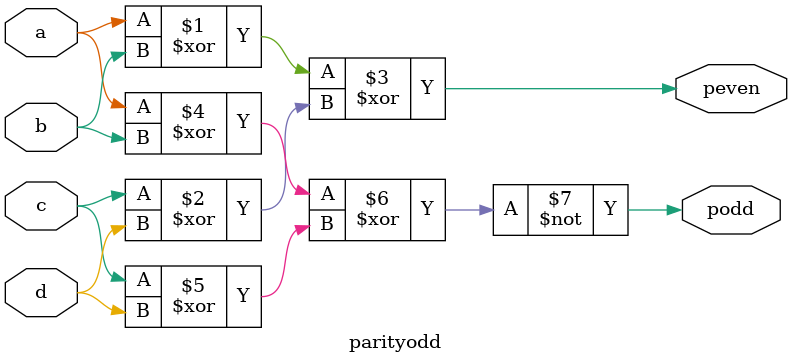
<source format=sv>


module parityodd (peven,podd,a,b,c,d);

output logic peven,podd;

input wire a,b,c,d;


assign peven=((a^b)^(c^d));

assign podd=~((a^b)^(c^d));
 
//assign podd=((~(a^b))~^(~(c^d)));

endmodule

</source>
